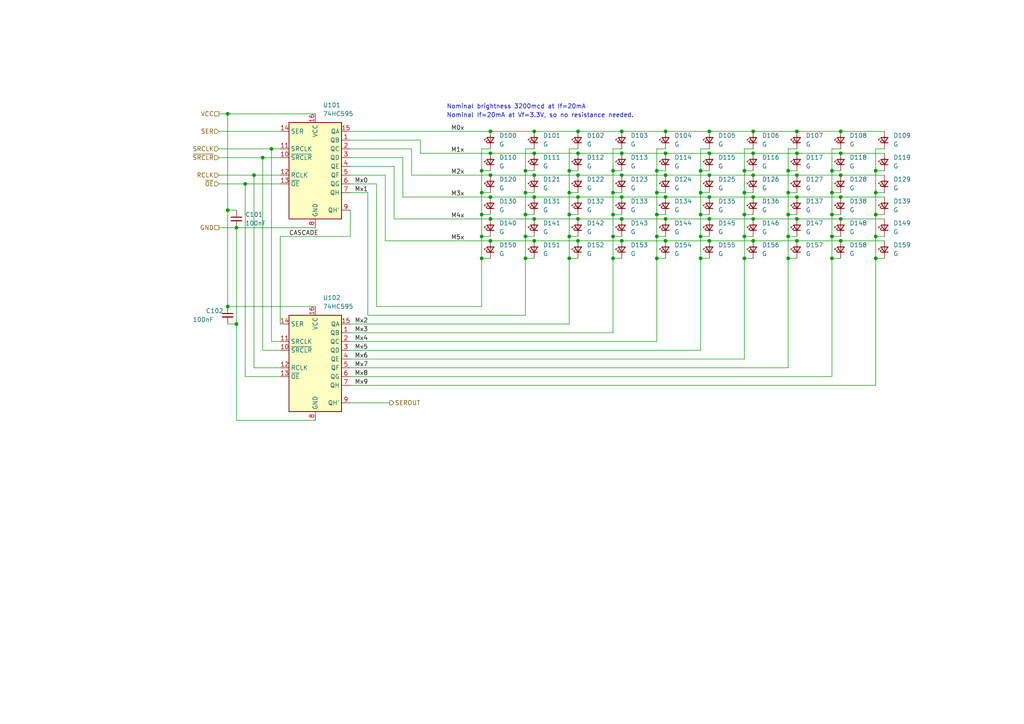
<source format=kicad_sch>
(kicad_sch (version 20230121) (generator eeschema)
  (paper "A4")
  (lib_symbols
    (symbol "74xx:74HC595"
      (property "Reference" "U" (at -7.62 13.97 0))
      (property "Value" "74HC595" (at -7.62 -16.51 0))
      (symbol "74HC595_1_0"
        (pin tri_state line (at 10.16 7.62 180) (length 2.54) (name "QB") (number "1"))
        (pin input line (at -10.16 2.54 0) (length 2.54) (name "~{SRCLR}") (number "10"))
        (pin input line (at -10.16 5.08 0) (length 2.54) (name "SRCLK") (number "11"))
        (pin input line (at -10.16 -2.54 0) (length 2.54) (name "RCLK") (number "12"))
        (pin input line (at -10.16 -5.08 0) (length 2.54) (name "~{OE}") (number "13"))
        (pin input line (at -10.16 10.16 0) (length 2.54) (name "SER") (number "14"))
        (pin tri_state line (at 10.16 10.16 180) (length 2.54) (name "QA") (number "15"))
        (pin power_in line (at 0 15.24 270) (length 2.54) (name "VCC") (number "16"))
        (pin tri_state line (at 10.16 5.08 180) (length 2.54) (name "QC") (number "2"))
        (pin tri_state line (at 10.16 2.54 180) (length 2.54) (name "QD") (number "3"))
        (pin tri_state line (at 10.16 0 180) (length 2.54) (name "QE") (number "4"))
        (pin tri_state line (at 10.16 -2.54 180) (length 2.54) (name "QF") (number "5"))
        (pin tri_state line (at 10.16 -5.08 180) (length 2.54) (name "QG") (number "6"))
        (pin tri_state line (at 10.16 -7.62 180) (length 2.54) (name "QH") (number "7"))
        (pin power_in line (at 0 -17.78 90) (length 2.54) (name "GND") (number "8"))
        (pin output line (at 10.16 -12.7 180) (length 2.54) (name "QH'") (number "9"))
      )
      (symbol "74HC595_1_1"
        (rectangle (start -7.62 12.7) (end 7.62 -15.24) (stroke (width 0.254)) (fill (type background)))
      )
    )
    (symbol "Device:C_Small" (pin_numbers hide) (pin_names (offset 0.254) hide)
      (property "Reference" "C" (at 0.254 1.778 0))
      (property "Value" "C_Small" (at 0.254 -2.032 0))
      (symbol "C_Small_0_1"
        (polyline (pts (xy -1.524 -0.508) (xy 1.524 -0.508)) (stroke (width 0.3302)))
        (polyline (pts (xy -1.524 0.508) (xy 1.524 0.508)) (stroke (width 0.3048)))
      )
      (symbol "C_Small_1_1"
        (pin passive line (at 0 2.54 270) (length 2.032) (name "~") (number "1"))
        (pin passive line (at 0 -2.54 90) (length 2.032) (name "~") (number "2"))
      )
    )
    (symbol "Device:LED_Small" (pin_numbers hide) (pin_names (offset 0.254) hide)
      (property "Reference" "D" (at -1.27 3.175 0))
      (property "Value" "LED_Small" (at -4.445 -2.54 0))
      (symbol "LED_Small_0_1"
        (polyline (pts (xy -0.762 -1.016) (xy -0.762 1.016)) (stroke (width 0.254)))
        (polyline (pts (xy 1.016 0) (xy -0.762 0)))
        (polyline (pts (xy 0.762 -1.016) (xy -0.762 0) (xy 0.762 1.016) (xy 0.762 -1.016)) (stroke (width 0.254)))
        (polyline (pts (xy 0 0.762) (xy -0.508 1.27) (xy -0.254 1.27) (xy -0.508 1.27) (xy -0.508 1.016)))
        (polyline (pts (xy 0.508 1.27) (xy 0 1.778) (xy 0.254 1.778) (xy 0 1.778) (xy 0 1.524)))
      )
      (symbol "LED_Small_1_1"
        (pin passive line (at -2.54 0 0) (length 1.778) (name "K") (number "1"))
        (pin passive line (at 2.54 0 180) (length 1.778) (name "A") (number "2"))
      )
    )
  )
  (junction (at 139.7 55.88))
  (junction (at 66.04 33.02))
  (junction (at 180.34 57.15))
  (junction (at 193.04 63.5))
  (junction (at 228.6 68.58))
  (junction (at 177.8 55.88))
  (junction (at 78.74 43.18))
  (junction (at 180.34 50.8))
  (junction (at 154.94 57.15))
  (junction (at 205.74 38.1))
  (junction (at 218.44 38.1))
  (junction (at 231.14 69.85))
  (junction (at 193.04 69.85))
  (junction (at 254 49.53))
  (junction (at 177.8 62.23))
  (junction (at 66.04 88.9))
  (junction (at 215.9 49.53))
  (junction (at 167.64 57.15))
  (junction (at 177.8 74.93))
  (junction (at 228.6 62.23))
  (junction (at 180.34 38.1))
  (junction (at 243.84 57.15))
  (junction (at 205.74 57.15))
  (junction (at 231.14 44.45))
  (junction (at 190.5 62.23))
  (junction (at 152.4 62.23))
  (junction (at 241.3 49.53))
  (junction (at 139.7 62.23))
  (junction (at 165.1 68.58))
  (junction (at 177.8 49.53))
  (junction (at 154.94 38.1))
  (junction (at 154.94 63.5))
  (junction (at 165.1 55.88))
  (junction (at 231.14 57.15))
  (junction (at 167.64 44.45))
  (junction (at 152.4 49.53))
  (junction (at 228.6 74.93))
  (junction (at 193.04 38.1))
  (junction (at 215.9 74.93))
  (junction (at 167.64 50.8))
  (junction (at 215.9 55.88))
  (junction (at 152.4 68.58))
  (junction (at 203.2 68.58))
  (junction (at 165.1 62.23))
  (junction (at 142.24 44.45))
  (junction (at 243.84 38.1))
  (junction (at 243.84 69.85))
  (junction (at 177.8 68.58))
  (junction (at 154.94 69.85))
  (junction (at 231.14 38.1))
  (junction (at 218.44 69.85))
  (junction (at 203.2 55.88))
  (junction (at 205.74 44.45))
  (junction (at 205.74 69.85))
  (junction (at 241.3 74.93))
  (junction (at 231.14 50.8))
  (junction (at 254 74.93))
  (junction (at 193.04 57.15))
  (junction (at 193.04 50.8))
  (junction (at 203.2 62.23))
  (junction (at 218.44 50.8))
  (junction (at 218.44 63.5))
  (junction (at 180.34 69.85))
  (junction (at 142.24 38.1))
  (junction (at 142.24 69.85))
  (junction (at 167.64 38.1))
  (junction (at 139.7 49.53))
  (junction (at 254 68.58))
  (junction (at 215.9 62.23))
  (junction (at 165.1 49.53))
  (junction (at 71.12 53.34))
  (junction (at 154.94 44.45))
  (junction (at 68.58 93.98))
  (junction (at 180.34 63.5))
  (junction (at 190.5 49.53))
  (junction (at 228.6 49.53))
  (junction (at 243.84 50.8))
  (junction (at 254 55.88))
  (junction (at 218.44 57.15))
  (junction (at 215.9 68.58))
  (junction (at 203.2 74.93))
  (junction (at 254 62.23))
  (junction (at 73.66 50.8))
  (junction (at 218.44 44.45))
  (junction (at 68.58 66.04))
  (junction (at 193.04 44.45))
  (junction (at 142.24 63.5))
  (junction (at 243.84 63.5))
  (junction (at 203.2 49.53))
  (junction (at 154.94 50.8))
  (junction (at 139.7 74.93))
  (junction (at 180.34 44.45))
  (junction (at 243.84 44.45))
  (junction (at 228.6 55.88))
  (junction (at 76.2 45.72))
  (junction (at 241.3 55.88))
  (junction (at 142.24 57.15))
  (junction (at 190.5 68.58))
  (junction (at 165.1 74.93))
  (junction (at 190.5 74.93))
  (junction (at 205.74 50.8))
  (junction (at 205.74 63.5))
  (junction (at 152.4 55.88))
  (junction (at 190.5 55.88))
  (junction (at 241.3 68.58))
  (junction (at 231.14 63.5))
  (junction (at 66.04 60.96))
  (junction (at 167.64 63.5))
  (junction (at 152.4 74.93))
  (junction (at 139.7 68.58))
  (junction (at 167.64 69.85))
  (junction (at 241.3 62.23))
  (junction (at 142.24 50.8))
  (wire (pts (xy 241.3 68.58) (xy 243.84 68.58)))
  (wire (pts (xy 81.28 68.58) (xy 101.6 68.58)))
  (wire (pts (xy 241.3 49.53) (xy 243.84 49.53)))
  (wire (pts (xy 203.2 68.58) (xy 203.2 74.93)))
  (wire (pts (xy 142.24 57.15) (xy 154.94 57.15)))
  (wire (pts (xy 228.6 74.93) (xy 228.6 106.68)))
  (wire (pts (xy 215.9 74.93) (xy 215.9 104.14)))
  (wire (pts (xy 76.2 101.6) (xy 81.28 101.6)))
  (wire (pts (xy 205.74 44.45) (xy 218.44 44.45)))
  (wire (pts (xy 228.6 68.58) (xy 228.6 74.93)))
  (wire (pts (xy 91.44 88.9) (xy 66.04 88.9)))
  (wire (pts (xy 190.5 49.53) (xy 190.5 55.88)))
  (wire (pts (xy 215.9 49.53) (xy 215.9 55.88)))
  (wire (pts (xy 254 43.18) (xy 254 49.53)))
  (wire (pts (xy 203.2 68.58) (xy 205.74 68.58)))
  (wire (pts (xy 231.14 57.15) (xy 243.84 57.15)))
  (wire (pts (xy 154.94 44.45) (xy 167.64 44.45)))
  (wire (pts (xy 167.64 69.85) (xy 180.34 69.85)))
  (wire (pts (xy 165.1 49.53) (xy 167.64 49.53)))
  (wire (pts (xy 121.92 44.45) (xy 142.24 44.45)))
  (wire (pts (xy 81.28 68.58) (xy 81.28 93.98)))
  (wire (pts (xy 215.9 62.23) (xy 218.44 62.23)))
  (wire (pts (xy 254 49.53) (xy 256.54 49.53)))
  (wire (pts (xy 154.94 38.1) (xy 167.64 38.1)))
  (wire (pts (xy 243.84 38.1) (xy 256.54 38.1)))
  (wire (pts (xy 205.74 38.1) (xy 218.44 38.1)))
  (wire (pts (xy 215.9 49.53) (xy 218.44 49.53)))
  (wire (pts (xy 177.8 62.23) (xy 180.34 62.23)))
  (wire (pts (xy 101.6 104.14) (xy 215.9 104.14)))
  (wire (pts (xy 215.9 55.88) (xy 218.44 55.88)))
  (wire (pts (xy 78.74 99.06) (xy 78.74 43.18)))
  (wire (pts (xy 152.4 68.58) (xy 154.94 68.58)))
  (wire (pts (xy 231.14 38.1) (xy 243.84 38.1)))
  (wire (pts (xy 215.9 43.18) (xy 215.9 49.53)))
  (wire (pts (xy 241.3 55.88) (xy 241.3 62.23)))
  (wire (pts (xy 121.92 40.64) (xy 101.6 40.64)))
  (wire (pts (xy 228.6 49.53) (xy 231.14 49.53)))
  (wire (pts (xy 165.1 43.18) (xy 165.1 49.53)))
  (wire (pts (xy 241.3 74.93) (xy 243.84 74.93)))
  (wire (pts (xy 101.6 99.06) (xy 190.5 99.06)))
  (wire (pts (xy 63.5 43.18) (xy 78.74 43.18)))
  (wire (pts (xy 139.7 62.23) (xy 142.24 62.23)))
  (wire (pts (xy 139.7 43.18) (xy 139.7 49.53)))
  (wire (pts (xy 101.6 96.52) (xy 177.8 96.52)))
  (wire (pts (xy 165.1 43.18) (xy 167.64 43.18)))
  (wire (pts (xy 139.7 43.18) (xy 142.24 43.18)))
  (wire (pts (xy 215.9 68.58) (xy 218.44 68.58)))
  (wire (pts (xy 193.04 50.8) (xy 205.74 50.8)))
  (wire (pts (xy 203.2 55.88) (xy 203.2 62.23)))
  (wire (pts (xy 139.7 68.58) (xy 139.7 74.93)))
  (wire (pts (xy 177.8 43.18) (xy 180.34 43.18)))
  (wire (pts (xy 165.1 74.93) (xy 167.64 74.93)))
  (wire (pts (xy 215.9 68.58) (xy 215.9 74.93)))
  (wire (pts (xy 106.68 55.88) (xy 101.6 55.88)))
  (wire (pts (xy 193.04 69.85) (xy 205.74 69.85)))
  (wire (pts (xy 254 49.53) (xy 254 55.88)))
  (wire (pts (xy 73.66 106.68) (xy 73.66 50.8)))
  (wire (pts (xy 241.3 68.58) (xy 241.3 74.93)))
  (wire (pts (xy 116.84 57.15) (xy 116.84 45.72)))
  (wire (pts (xy 66.04 60.96) (xy 66.04 33.02)))
  (wire (pts (xy 142.24 63.5) (xy 154.94 63.5)))
  (wire (pts (xy 203.2 74.93) (xy 203.2 101.6)))
  (wire (pts (xy 106.68 91.44) (xy 106.68 55.88)))
  (wire (pts (xy 139.7 62.23) (xy 139.7 68.58)))
  (wire (pts (xy 101.6 116.84) (xy 113.03 116.84)))
  (wire (pts (xy 111.76 69.85) (xy 142.24 69.85)))
  (wire (pts (xy 177.8 68.58) (xy 180.34 68.58)))
  (wire (pts (xy 180.34 63.5) (xy 193.04 63.5)))
  (wire (pts (xy 119.38 43.18) (xy 101.6 43.18)))
  (wire (pts (xy 203.2 62.23) (xy 205.74 62.23)))
  (wire (pts (xy 142.24 69.85) (xy 154.94 69.85)))
  (wire (pts (xy 73.66 106.68) (xy 81.28 106.68)))
  (wire (pts (xy 66.04 60.96) (xy 68.58 60.96)))
  (wire (pts (xy 66.04 88.9) (xy 66.04 60.96)))
  (wire (pts (xy 228.6 55.88) (xy 231.14 55.88)))
  (wire (pts (xy 228.6 62.23) (xy 228.6 68.58)))
  (wire (pts (xy 254 55.88) (xy 254 62.23)))
  (wire (pts (xy 180.34 57.15) (xy 193.04 57.15)))
  (wire (pts (xy 165.1 55.88) (xy 165.1 62.23)))
  (wire (pts (xy 139.7 88.9) (xy 109.22 88.9)))
  (wire (pts (xy 180.34 50.8) (xy 193.04 50.8)))
  (wire (pts (xy 215.9 74.93) (xy 218.44 74.93)))
  (wire (pts (xy 63.5 38.1) (xy 81.28 38.1)))
  (wire (pts (xy 78.74 43.18) (xy 81.28 43.18)))
  (wire (pts (xy 139.7 55.88) (xy 139.7 62.23)))
  (wire (pts (xy 218.44 69.85) (xy 231.14 69.85)))
  (wire (pts (xy 152.4 43.18) (xy 154.94 43.18)))
  (wire (pts (xy 190.5 55.88) (xy 190.5 62.23)))
  (wire (pts (xy 228.6 74.93) (xy 231.14 74.93)))
  (wire (pts (xy 243.84 69.85) (xy 256.54 69.85)))
  (wire (pts (xy 165.1 62.23) (xy 165.1 68.58)))
  (wire (pts (xy 165.1 55.88) (xy 167.64 55.88)))
  (wire (pts (xy 101.6 60.96) (xy 101.6 68.58)))
  (wire (pts (xy 68.58 93.98) (xy 68.58 121.92)))
  (wire (pts (xy 203.2 74.93) (xy 205.74 74.93)))
  (wire (pts (xy 142.24 38.1) (xy 154.94 38.1)))
  (wire (pts (xy 71.12 109.22) (xy 81.28 109.22)))
  (wire (pts (xy 73.66 50.8) (xy 81.28 50.8)))
  (wire (pts (xy 177.8 62.23) (xy 177.8 68.58)))
  (wire (pts (xy 228.6 55.88) (xy 228.6 62.23)))
  (wire (pts (xy 205.74 69.85) (xy 218.44 69.85)))
  (wire (pts (xy 190.5 62.23) (xy 193.04 62.23)))
  (wire (pts (xy 167.64 38.1) (xy 180.34 38.1)))
  (wire (pts (xy 254 43.18) (xy 256.54 43.18)))
  (wire (pts (xy 177.8 43.18) (xy 177.8 49.53)))
  (wire (pts (xy 241.3 55.88) (xy 243.84 55.88)))
  (wire (pts (xy 139.7 55.88) (xy 142.24 55.88)))
  (wire (pts (xy 254 55.88) (xy 256.54 55.88)))
  (wire (pts (xy 68.58 121.92) (xy 91.44 121.92)))
  (wire (pts (xy 193.04 38.1) (xy 205.74 38.1)))
  (wire (pts (xy 228.6 43.18) (xy 228.6 49.53)))
  (wire (pts (xy 190.5 49.53) (xy 193.04 49.53)))
  (wire (pts (xy 101.6 48.26) (xy 114.3 48.26)))
  (wire (pts (xy 101.6 38.1) (xy 142.24 38.1)))
  (wire (pts (xy 218.44 57.15) (xy 231.14 57.15)))
  (wire (pts (xy 152.4 62.23) (xy 154.94 62.23)))
  (wire (pts (xy 66.04 33.02) (xy 91.44 33.02)))
  (wire (pts (xy 152.4 74.93) (xy 154.94 74.93)))
  (wire (pts (xy 63.5 45.72) (xy 76.2 45.72)))
  (wire (pts (xy 231.14 69.85) (xy 243.84 69.85)))
  (wire (pts (xy 109.22 88.9) (xy 109.22 53.34)))
  (wire (pts (xy 76.2 45.72) (xy 81.28 45.72)))
  (wire (pts (xy 177.8 49.53) (xy 180.34 49.53)))
  (wire (pts (xy 142.24 44.45) (xy 154.94 44.45)))
  (wire (pts (xy 203.2 49.53) (xy 205.74 49.53)))
  (wire (pts (xy 165.1 68.58) (xy 167.64 68.58)))
  (wire (pts (xy 190.5 68.58) (xy 190.5 74.93)))
  (wire (pts (xy 63.5 33.02) (xy 66.04 33.02)))
  (wire (pts (xy 241.3 49.53) (xy 241.3 55.88)))
  (wire (pts (xy 152.4 62.23) (xy 152.4 68.58)))
  (wire (pts (xy 231.14 63.5) (xy 243.84 63.5)))
  (wire (pts (xy 152.4 49.53) (xy 152.4 55.88)))
  (wire (pts (xy 111.76 50.8) (xy 101.6 50.8)))
  (wire (pts (xy 167.64 44.45) (xy 180.34 44.45)))
  (wire (pts (xy 228.6 49.53) (xy 228.6 55.88)))
  (wire (pts (xy 218.44 63.5) (xy 231.14 63.5)))
  (wire (pts (xy 111.76 69.85) (xy 111.76 50.8)))
  (wire (pts (xy 228.6 43.18) (xy 231.14 43.18)))
  (wire (pts (xy 215.9 62.23) (xy 215.9 68.58)))
  (wire (pts (xy 177.8 49.53) (xy 177.8 55.88)))
  (wire (pts (xy 101.6 93.98) (xy 165.1 93.98)))
  (wire (pts (xy 177.8 55.88) (xy 177.8 62.23)))
  (wire (pts (xy 119.38 50.8) (xy 142.24 50.8)))
  (wire (pts (xy 215.9 55.88) (xy 215.9 62.23)))
  (wire (pts (xy 63.5 66.04) (xy 68.58 66.04)))
  (wire (pts (xy 154.94 57.15) (xy 167.64 57.15)))
  (wire (pts (xy 177.8 74.93) (xy 177.8 96.52)))
  (wire (pts (xy 152.4 49.53) (xy 154.94 49.53)))
  (wire (pts (xy 215.9 43.18) (xy 218.44 43.18)))
  (wire (pts (xy 167.64 57.15) (xy 180.34 57.15)))
  (wire (pts (xy 180.34 44.45) (xy 193.04 44.45)))
  (wire (pts (xy 241.3 62.23) (xy 243.84 62.23)))
  (wire (pts (xy 101.6 109.22) (xy 241.3 109.22)))
  (wire (pts (xy 177.8 74.93) (xy 180.34 74.93)))
  (wire (pts (xy 78.74 99.06) (xy 81.28 99.06)))
  (wire (pts (xy 254 62.23) (xy 254 68.58)))
  (wire (pts (xy 121.92 44.45) (xy 121.92 40.64)))
  (wire (pts (xy 218.44 50.8) (xy 231.14 50.8)))
  (wire (pts (xy 190.5 43.18) (xy 193.04 43.18)))
  (wire (pts (xy 101.6 101.6) (xy 203.2 101.6)))
  (wire (pts (xy 71.12 53.34) (xy 81.28 53.34)))
  (wire (pts (xy 154.94 63.5) (xy 167.64 63.5)))
  (wire (pts (xy 203.2 62.23) (xy 203.2 68.58)))
  (wire (pts (xy 205.74 50.8) (xy 218.44 50.8)))
  (wire (pts (xy 254 74.93) (xy 256.54 74.93)))
  (wire (pts (xy 205.74 63.5) (xy 218.44 63.5)))
  (wire (pts (xy 241.3 43.18) (xy 241.3 49.53)))
  (wire (pts (xy 254 68.58) (xy 254 74.93)))
  (wire (pts (xy 228.6 68.58) (xy 231.14 68.58)))
  (wire (pts (xy 139.7 74.93) (xy 142.24 74.93)))
  (wire (pts (xy 254 74.93) (xy 254 111.76)))
  (wire (pts (xy 68.58 66.04) (xy 68.58 93.98)))
  (wire (pts (xy 167.64 50.8) (xy 180.34 50.8)))
  (wire (pts (xy 203.2 43.18) (xy 205.74 43.18)))
  (wire (pts (xy 254 62.23) (xy 256.54 62.23)))
  (wire (pts (xy 218.44 38.1) (xy 231.14 38.1)))
  (wire (pts (xy 193.04 63.5) (xy 205.74 63.5)))
  (wire (pts (xy 152.4 91.44) (xy 106.68 91.44)))
  (wire (pts (xy 241.3 62.23) (xy 241.3 68.58)))
  (wire (pts (xy 190.5 74.93) (xy 190.5 99.06)))
  (wire (pts (xy 152.4 74.93) (xy 152.4 91.44)))
  (wire (pts (xy 228.6 62.23) (xy 231.14 62.23)))
  (wire (pts (xy 218.44 44.45) (xy 231.14 44.45)))
  (wire (pts (xy 180.34 69.85) (xy 193.04 69.85)))
  (wire (pts (xy 152.4 68.58) (xy 152.4 74.93)))
  (wire (pts (xy 190.5 43.18) (xy 190.5 49.53)))
  (wire (pts (xy 243.84 50.8) (xy 256.54 50.8)))
  (wire (pts (xy 241.3 74.93) (xy 241.3 109.22)))
  (wire (pts (xy 180.34 38.1) (xy 193.04 38.1)))
  (wire (pts (xy 101.6 106.68) (xy 228.6 106.68)))
  (wire (pts (xy 139.7 68.58) (xy 142.24 68.58)))
  (wire (pts (xy 243.84 44.45) (xy 256.54 44.45)))
  (wire (pts (xy 139.7 49.53) (xy 142.24 49.53)))
  (wire (pts (xy 193.04 44.45) (xy 205.74 44.45)))
  (wire (pts (xy 243.84 57.15) (xy 256.54 57.15)))
  (wire (pts (xy 63.5 50.8) (xy 73.66 50.8)))
  (wire (pts (xy 241.3 43.18) (xy 243.84 43.18)))
  (wire (pts (xy 231.14 50.8) (xy 243.84 50.8)))
  (wire (pts (xy 109.22 53.34) (xy 101.6 53.34)))
  (wire (pts (xy 154.94 69.85) (xy 167.64 69.85)))
  (wire (pts (xy 190.5 62.23) (xy 190.5 68.58)))
  (wire (pts (xy 190.5 55.88) (xy 193.04 55.88)))
  (wire (pts (xy 142.24 50.8) (xy 154.94 50.8)))
  (wire (pts (xy 152.4 55.88) (xy 154.94 55.88)))
  (wire (pts (xy 76.2 45.72) (xy 76.2 101.6)))
  (wire (pts (xy 254 68.58) (xy 256.54 68.58)))
  (wire (pts (xy 177.8 55.88) (xy 180.34 55.88)))
  (wire (pts (xy 243.84 63.5) (xy 256.54 63.5)))
  (wire (pts (xy 190.5 74.93) (xy 193.04 74.93)))
  (wire (pts (xy 165.1 74.93) (xy 165.1 93.98)))
  (wire (pts (xy 71.12 109.22) (xy 71.12 53.34)))
  (wire (pts (xy 114.3 63.5) (xy 114.3 48.26)))
  (wire (pts (xy 116.84 45.72) (xy 101.6 45.72)))
  (wire (pts (xy 165.1 62.23) (xy 167.64 62.23)))
  (wire (pts (xy 139.7 74.93) (xy 139.7 88.9)))
  (wire (pts (xy 114.3 63.5) (xy 142.24 63.5)))
  (wire (pts (xy 116.84 57.15) (xy 142.24 57.15)))
  (wire (pts (xy 205.74 57.15) (xy 218.44 57.15)))
  (wire (pts (xy 66.04 93.98) (xy 68.58 93.98)))
  (wire (pts (xy 190.5 68.58) (xy 193.04 68.58)))
  (wire (pts (xy 177.8 68.58) (xy 177.8 74.93)))
  (wire (pts (xy 154.94 50.8) (xy 167.64 50.8)))
  (wire (pts (xy 119.38 50.8) (xy 119.38 43.18)))
  (wire (pts (xy 203.2 43.18) (xy 203.2 49.53)))
  (wire (pts (xy 167.64 63.5) (xy 180.34 63.5)))
  (wire (pts (xy 101.6 111.76) (xy 254 111.76)))
  (wire (pts (xy 68.58 66.04) (xy 91.44 66.04)))
  (wire (pts (xy 193.04 57.15) (xy 205.74 57.15)))
  (wire (pts (xy 63.5 53.34) (xy 71.12 53.34)))
  (wire (pts (xy 165.1 49.53) (xy 165.1 55.88)))
  (wire (pts (xy 203.2 49.53) (xy 203.2 55.88)))
  (wire (pts (xy 203.2 55.88) (xy 205.74 55.88)))
  (wire (pts (xy 231.14 44.45) (xy 243.84 44.45)))
  (wire (pts (xy 152.4 55.88) (xy 152.4 62.23)))
  (wire (pts (xy 152.4 43.18) (xy 152.4 49.53)))
  (wire (pts (xy 165.1 68.58) (xy 165.1 74.93)))
  (wire (pts (xy 139.7 49.53) (xy 139.7 55.88)))
  (text "Nominal brightness 3200mcd at If=20mA" (at 129.54 31.75 0) (effects (font (size 1.27 1.27)) (justify left bottom)))
  (text "Nominal If=20mA at Vf=3.3V, so no resistance needed." (at 129.54 34.29 0) (effects (font (size 1.27 1.27)) (justify left bottom)))
  (label "Mx0" (at 102.87 53.34 0))
  (label "M4x" (at 130.81 63.5 0))
  (label "Mx5" (at 102.87 101.6 0))
  (label "Mx1" (at 102.87 55.88 0))
  (label "Mx3" (at 102.87 96.52 0))
  (label "M5x" (at 130.81 69.85 0))
  (label "Mx7" (at 102.87 106.68 0))
  (label "M2x" (at 130.81 50.8 0))
  (label "M1x" (at 130.81 44.45 0))
  (label "Mx8" (at 102.87 109.22 0))
  (label "CASCADE" (at 83.82 68.58 0))
  (label "Mx6" (at 102.87 104.14 0))
  (label "M3x" (at 130.81 57.15 0))
  (label "M0x" (at 130.81 38.1 0))
  (label "Mx9" (at 102.87 111.76 0))
  (label "Mx4" (at 102.87 99.06 0))
  (label "Mx2" (at 102.87 93.98 0))
  (hierarchical_label "~{OE}" (shape input) (at 63.5 53.34 180))
  (hierarchical_label "VCC" (shape passive) (at 63.5 33.02 180))
  (hierarchical_label "SER" (shape input) (at 63.5 38.1 180))
  (hierarchical_label "SEROUT" (shape output) (at 113.03 116.84 0))
  (hierarchical_label "SRCLK" (shape input) (at 63.5 43.18 180))
  (hierarchical_label "GND" (shape passive) (at 63.5 66.04 180))
  (hierarchical_label "RCLK" (shape input) (at 63.5 50.8 180))
  (hierarchical_label "~{SRCLR}" (shape input) (at 63.5 45.72 180))
  (symbol (lib_id "Device:LED_Small") (at 231.14 40.64 90) (unit 1)
    (property "Reference" "D107" (at 233.68 39.3065 90) (effects (justify right)))
    (property "Value" "G" (at 233.68 41.8465 90) (effects (justify right)))
    (property "Footprint" "KwanSystems:D_KINGBRIGHT_DOME" (effects hide))
    (property "Datasheet" "https://www.kingbrightusa.com/images/catalog/SPEC/APDA1806ZGCK.pdf" (effects hide))
    (property "Digikey" "754-2334-1-ND" (effects hide))
    (property "Part Number" "APDA1806ZGCK" (effects hide))
    (property "Purpose" "Green minute hand" (effects hide))
  )
  (symbol (lib_id "Device:LED_Small") (at 180.34 59.69 90) (unit 1)
    (property "Reference" "D133" (at 182.88 58.3565 90) (effects (justify right)))
    (property "Value" "G" (at 182.88 60.8965 90) (effects (justify right)))
    (property "Footprint" "KwanSystems:D_KINGBRIGHT_DOME" (effects hide))
    (property "Datasheet" "https://www.kingbrightusa.com/images/catalog/SPEC/APDA1806ZGCK.pdf" (effects hide))
    (property "Digikey" "754-2334-1-ND" (effects hide))
    (property "Part Number" "APDA1806ZGCK" (effects hide))
    (property "Purpose" "Green minute hand" (effects hide))
  )
  (symbol (lib_id "Device:LED_Small") (at 218.44 40.64 90) (unit 1)
    (property "Reference" "D106" (at 220.98 39.3065 90) (effects (justify right)))
    (property "Value" "G" (at 220.98 41.8465 90) (effects (justify right)))
    (property "Footprint" "KwanSystems:D_KINGBRIGHT_DOME" (effects hide))
    (property "Datasheet" "https://www.kingbrightusa.com/images/catalog/SPEC/APDA1806ZGCK.pdf" (effects hide))
    (property "Digikey" "754-2334-1-ND" (effects hide))
    (property "Part Number" "APDA1806ZGCK" (effects hide))
    (property "Purpose" "Green minute hand" (effects hide))
  )
  (symbol (lib_id "Device:LED_Small") (at 243.84 40.64 90) (unit 1)
    (property "Reference" "D108" (at 246.38 39.3065 90) (effects (justify right)))
    (property "Value" "G" (at 246.38 41.8465 90) (effects (justify right)))
    (property "Footprint" "KwanSystems:D_KINGBRIGHT_DOME" (effects hide))
    (property "Datasheet" "https://www.kingbrightusa.com/images/catalog/SPEC/APDA1806ZGCK.pdf" (effects hide))
    (property "Digikey" "754-2334-1-ND" (effects hide))
    (property "Part Number" "APDA1806ZGCK" (effects hide))
    (property "Purpose" "Green minute hand" (effects hide))
  )
  (symbol (lib_id "Device:LED_Small") (at 142.24 59.69 90) (unit 1)
    (property "Reference" "D130" (at 144.78 58.3565 90) (effects (justify right)))
    (property "Value" "G" (at 144.78 60.8965 90) (effects (justify right)))
    (property "Footprint" "KwanSystems:D_KINGBRIGHT_DOME" (effects hide))
    (property "Datasheet" "https://www.kingbrightusa.com/images/catalog/SPEC/APDA1806ZGCK.pdf" (effects hide))
    (property "Digikey" "754-2334-1-ND" (effects hide))
    (property "Part Number" "APDA1806ZGCK" (effects hide))
    (property "Purpose" "Green minute hand" (effects hide))
  )
  (symbol (lib_id "Device:LED_Small") (at 142.24 46.99 90) (unit 1)
    (property "Reference" "D110" (at 144.78 45.6565 90) (effects (justify right)))
    (property "Value" "G" (at 144.78 48.1965 90) (effects (justify right)))
    (property "Footprint" "KwanSystems:D_KINGBRIGHT_DOME" (effects hide))
    (property "Datasheet" "https://www.kingbrightusa.com/images/catalog/SPEC/APDA1806ZGCK.pdf" (effects hide))
    (property "Digikey" "754-2334-1-ND" (effects hide))
    (property "Part Number" "APDA1806ZGCK" (effects hide))
    (property "Purpose" "Green minute hand" (effects hide))
  )
  (symbol (lib_id "Device:LED_Small") (at 231.14 59.69 90) (unit 1)
    (property "Reference" "D137" (at 233.68 58.3565 90) (effects (justify right)))
    (property "Value" "G" (at 233.68 60.8965 90) (effects (justify right)))
    (property "Footprint" "KwanSystems:D_KINGBRIGHT_DOME" (effects hide))
    (property "Datasheet" "https://www.kingbrightusa.com/images/catalog/SPEC/APDA1806ZGCK.pdf" (effects hide))
    (property "Digikey" "754-2334-1-ND" (effects hide))
    (property "Part Number" "APDA1806ZGCK" (effects hide))
    (property "Purpose" "Green minute hand" (effects hide))
  )
  (symbol (lib_id "Device:LED_Small") (at 180.34 53.34 90) (unit 1)
    (property "Reference" "D123" (at 182.88 52.0065 90) (effects (justify right)))
    (property "Value" "G" (at 182.88 54.5465 90) (effects (justify right)))
    (property "Footprint" "KwanSystems:D_KINGBRIGHT_DOME" (effects hide))
    (property "Datasheet" "https://www.kingbrightusa.com/images/catalog/SPEC/APDA1806ZGCK.pdf" (effects hide))
    (property "Digikey" "754-2334-1-ND" (effects hide))
    (property "Part Number" "APDA1806ZGCK" (effects hide))
    (property "Purpose" "Green minute hand" (effects hide))
  )
  (symbol (lib_id "Device:LED_Small") (at 231.14 53.34 90) (unit 1)
    (property "Reference" "D127" (at 233.68 52.0065 90) (effects (justify right)))
    (property "Value" "G" (at 233.68 54.5465 90) (effects (justify right)))
    (property "Footprint" "KwanSystems:D_KINGBRIGHT_DOME" (effects hide))
    (property "Datasheet" "https://www.kingbrightusa.com/images/catalog/SPEC/APDA1806ZGCK.pdf" (effects hide))
    (property "Digikey" "754-2334-1-ND" (effects hide))
    (property "Part Number" "APDA1806ZGCK" (effects hide))
    (property "Purpose" "Green minute hand" (effects hide))
  )
  (symbol (lib_id "Device:C_Small") (at 66.04 91.44 0) (unit 1)
    (property "Reference" "C102" (at 59.69 90.17 0) (effects (justify left)))
    (property "Value" "100nF" (at 55.88 92.71 0) (effects (justify left)))
    (property "Footprint" "Capacitor_SMD:C_0603_1608Metric" (effects hide))
    (property "Datasheet" "https://product.tdk.com/system/files/dam/doc/product/capacitor/ceramic/mlcc/catalog/mlcc_automotive_general_en.pdf" (effects hide))
    (property "Digikey" "445-5613-1-ND" (effects hide))
    (property "Part Number" "CGA2B1X7R1C104K050BC" (effects hide))
    (property "Purpose" "Minute hand decoder bypass" (effects hide))
  )
  (symbol (lib_id "Device:LED_Small") (at 193.04 59.69 90) (unit 1)
    (property "Reference" "D134" (at 195.58 58.3565 90) (effects (justify right)))
    (property "Value" "G" (at 195.58 60.8965 90) (effects (justify right)))
    (property "Footprint" "KwanSystems:D_KINGBRIGHT_DOME" (effects hide))
    (property "Datasheet" "https://www.kingbrightusa.com/images/catalog/SPEC/APDA1806ZGCK.pdf" (effects hide))
    (property "Digikey" "754-2334-1-ND" (effects hide))
    (property "Part Number" "APDA1806ZGCK" (effects hide))
    (property "Purpose" "Green minute hand" (effects hide))
  )
  (symbol (lib_id "Device:LED_Small") (at 180.34 40.64 90) (unit 1)
    (property "Reference" "D103" (at 182.88 39.3065 90) (effects (justify right)))
    (property "Value" "G" (at 182.88 41.8465 90) (effects (justify right)))
    (property "Footprint" "KwanSystems:D_KINGBRIGHT_DOME" (effects hide))
    (property "Datasheet" "https://www.kingbrightusa.com/images/catalog/SPEC/APDA1806ZGCK.pdf" (effects hide))
    (property "Digikey" "754-2334-1-ND" (effects hide))
    (property "Part Number" "APDA1806ZGCK" (effects hide))
    (property "Purpose" "Green minute hand" (effects hide))
  )
  (symbol (lib_id "74xx:74HC595") (at 91.44 104.14 0) (unit 1)
    (property "Reference" "U102" (at 93.6341 86.36 0) (effects (justify left)))
    (property "Value" "74HC595" (at 93.6341 88.9 0) (effects (justify left)))
    (property "Footprint" "Package_SO:TSSOP-16_4.4x5mm_P0.65mm" (effects hide))
    (property "Datasheet" "https://assets.nexperia.com/documents/data-sheet/74HC_HCT595.pdf" (effects hide))
    (property "Digikey" "1727-3068-1-ND" (effects hide))
    (property "Part Number" "74HC595PW,118" (effects hide))
    (property "Purpose" "Hand Decoder" (effects hide))
  )
  (symbol (lib_id "Device:LED_Small") (at 193.04 66.04 90) (unit 1)
    (property "Reference" "D144" (at 195.58 64.7065 90) (effects (justify right)))
    (property "Value" "G" (at 195.58 67.2465 90) (effects (justify right)))
    (property "Footprint" "KwanSystems:D_KINGBRIGHT_DOME" (effects hide))
    (property "Datasheet" "https://www.kingbrightusa.com/images/catalog/SPEC/APDA1806ZGCK.pdf" (effects hide))
    (property "Digikey" "754-2334-1-ND" (effects hide))
    (property "Part Number" "APDA1806ZGCK" (effects hide))
    (property "Purpose" "Green minute hand" (effects hide))
  )
  (symbol (lib_id "Device:LED_Small") (at 218.44 59.69 90) (unit 1)
    (property "Reference" "D136" (at 220.98 58.3565 90) (effects (justify right)))
    (property "Value" "G" (at 220.98 60.8965 90) (effects (justify right)))
    (property "Footprint" "KwanSystems:D_KINGBRIGHT_DOME" (effects hide))
    (property "Datasheet" "https://www.kingbrightusa.com/images/catalog/SPEC/APDA1806ZGCK.pdf" (effects hide))
    (property "Digikey" "754-2334-1-ND" (effects hide))
    (property "Part Number" "APDA1806ZGCK" (effects hide))
    (property "Purpose" "Green minute hand" (effects hide))
  )
  (symbol (lib_id "Device:LED_Small") (at 231.14 46.99 90) (unit 1)
    (property "Reference" "D117" (at 233.68 45.6565 90) (effects (justify right)))
    (property "Value" "G" (at 233.68 48.1965 90) (effects (justify right)))
    (property "Footprint" "KwanSystems:D_KINGBRIGHT_DOME" (effects hide))
    (property "Datasheet" "https://www.kingbrightusa.com/images/catalog/SPEC/APDA1806ZGCK.pdf" (effects hide))
    (property "Digikey" "754-2334-1-ND" (effects hide))
    (property "Part Number" "APDA1806ZGCK" (effects hide))
    (property "Purpose" "Green minute hand" (effects hide))
  )
  (symbol (lib_id "Device:LED_Small") (at 256.54 40.64 90) (unit 1)
    (property "Reference" "D109" (at 259.08 39.3065 90) (effects (justify right)))
    (property "Value" "G" (at 259.08 41.8465 90) (effects (justify right)))
    (property "Footprint" "KwanSystems:D_KINGBRIGHT_DOME" (effects hide))
    (property "Datasheet" "https://www.kingbrightusa.com/images/catalog/SPEC/APDA1806ZGCK.pdf" (effects hide))
    (property "Digikey" "754-2334-1-ND" (effects hide))
    (property "Part Number" "APDA1806ZGCK" (effects hide))
    (property "Purpose" "Green minute hand" (effects hide))
  )
  (symbol (lib_id "Device:LED_Small") (at 205.74 46.99 90) (unit 1)
    (property "Reference" "D115" (at 208.28 45.6565 90) (effects (justify right)))
    (property "Value" "G" (at 208.28 48.1965 90) (effects (justify right)))
    (property "Footprint" "KwanSystems:D_KINGBRIGHT_DOME" (effects hide))
    (property "Datasheet" "https://www.kingbrightusa.com/images/catalog/SPEC/APDA1806ZGCK.pdf" (effects hide))
    (property "Digikey" "754-2334-1-ND" (effects hide))
    (property "Part Number" "APDA1806ZGCK" (effects hide))
    (property "Purpose" "Green minute hand" (effects hide))
  )
  (symbol (lib_id "Device:LED_Small") (at 205.74 72.39 90) (unit 1)
    (property "Reference" "D155" (at 208.28 71.0565 90) (effects (justify right)))
    (property "Value" "G" (at 208.28 73.5965 90) (effects (justify right)))
    (property "Footprint" "KwanSystems:D_KINGBRIGHT_DOME" (effects hide))
    (property "Datasheet" "https://www.kingbrightusa.com/images/catalog/SPEC/APDA1806ZGCK.pdf" (effects hide))
    (property "Digikey" "754-2334-1-ND" (effects hide))
    (property "Part Number" "APDA1806ZGCK" (effects hide))
    (property "Purpose" "Green minute hand" (effects hide))
  )
  (symbol (lib_id "Device:LED_Small") (at 256.54 46.99 90) (unit 1)
    (property "Reference" "D119" (at 259.08 45.6565 90) (effects (justify right)))
    (property "Value" "G" (at 259.08 48.1965 90) (effects (justify right)))
    (property "Footprint" "KwanSystems:D_KINGBRIGHT_DOME" (effects hide))
    (property "Datasheet" "https://www.kingbrightusa.com/images/catalog/SPEC/APDA1806ZGCK.pdf" (effects hide))
    (property "Digikey" "754-2334-1-ND" (effects hide))
    (property "Part Number" "APDA1806ZGCK" (effects hide))
    (property "Purpose" "Green minute hand" (effects hide))
  )
  (symbol (lib_id "Device:LED_Small") (at 154.94 40.64 90) (unit 1)
    (property "Reference" "D101" (at 157.48 39.3065 90) (effects (justify right)))
    (property "Value" "G" (at 157.48 41.8465 90) (effects (justify right)))
    (property "Footprint" "KwanSystems:D_KINGBRIGHT_DOME" (effects hide))
    (property "Datasheet" "https://www.kingbrightusa.com/images/catalog/SPEC/APDA1806ZGCK.pdf" (effects hide))
    (property "Digikey" "754-2334-1-ND" (effects hide))
    (property "Part Number" "APDA1806ZGCK" (effects hide))
    (property "Purpose" "Green minute hand" (effects hide))
  )
  (symbol (lib_id "Device:LED_Small") (at 180.34 66.04 90) (unit 1)
    (property "Reference" "D143" (at 182.88 64.7065 90) (effects (justify right)))
    (property "Value" "G" (at 182.88 67.2465 90) (effects (justify right)))
    (property "Footprint" "KwanSystems:D_KINGBRIGHT_DOME" (effects hide))
    (property "Datasheet" "https://www.kingbrightusa.com/images/catalog/SPEC/APDA1806ZGCK.pdf" (effects hide))
    (property "Digikey" "754-2334-1-ND" (effects hide))
    (property "Part Number" "APDA1806ZGCK" (effects hide))
    (property "Purpose" "Green minute hand" (effects hide))
  )
  (symbol (lib_id "Device:LED_Small") (at 231.14 72.39 90) (unit 1)
    (property "Reference" "D157" (at 233.68 71.0565 90) (effects (justify right)))
    (property "Value" "G" (at 233.68 73.5965 90) (effects (justify right)))
    (property "Footprint" "KwanSystems:D_KINGBRIGHT_DOME" (effects hide))
    (property "Datasheet" "https://www.kingbrightusa.com/images/catalog/SPEC/APDA1806ZGCK.pdf" (effects hide))
    (property "Digikey" "754-2334-1-ND" (effects hide))
    (property "Part Number" "APDA1806ZGCK" (effects hide))
    (property "Purpose" "Green minute hand" (effects hide))
  )
  (symbol (lib_id "Device:LED_Small") (at 256.54 59.69 90) (unit 1)
    (property "Reference" "D139" (at 259.08 58.3565 90) (effects (justify right)))
    (property "Value" "G" (at 259.08 60.8965 90) (effects (justify right)))
    (property "Footprint" "KwanSystems:D_KINGBRIGHT_DOME" (effects hide))
    (property "Datasheet" "https://www.kingbrightusa.com/images/catalog/SPEC/APDA1806ZGCK.pdf" (effects hide))
    (property "Digikey" "754-2334-1-ND" (effects hide))
    (property "Part Number" "APDA1806ZGCK" (effects hide))
    (property "Purpose" "Green minute hand" (effects hide))
  )
  (symbol (lib_id "Device:LED_Small") (at 205.74 66.04 90) (unit 1)
    (property "Reference" "D145" (at 208.28 64.7065 90) (effects (justify right)))
    (property "Value" "G" (at 208.28 67.2465 90) (effects (justify right)))
    (property "Footprint" "KwanSystems:D_KINGBRIGHT_DOME" (effects hide))
    (property "Datasheet" "https://www.kingbrightusa.com/images/catalog/SPEC/APDA1806ZGCK.pdf" (effects hide))
    (property "Digikey" "754-2334-1-ND" (effects hide))
    (property "Part Number" "APDA1806ZGCK" (effects hide))
    (property "Purpose" "Green minute hand" (effects hide))
  )
  (symbol (lib_id "74xx:74HC595") (at 91.44 48.26 0) (unit 1)
    (property "Reference" "U101" (at 93.6341 30.48 0) (effects (justify left)))
    (property "Value" "74HC595" (at 93.6341 33.02 0) (effects (justify left)))
    (property "Footprint" "Package_SO:TSSOP-16_4.4x5mm_P0.65mm" (effects hide))
    (property "Datasheet" "https://assets.nexperia.com/documents/data-sheet/74HC_HCT595.pdf" (effects hide))
    (property "Digikey" "1727-3068-1-ND" (effects hide))
    (property "Part Number" "74HC595PW,118" (effects hide))
    (property "Purpose" "Hand Decoder" (effects hide))
  )
  (symbol (lib_id "Device:LED_Small") (at 142.24 53.34 90) (unit 1)
    (property "Reference" "D120" (at 144.78 52.0065 90) (effects (justify right)))
    (property "Value" "G" (at 144.78 54.5465 90) (effects (justify right)))
    (property "Footprint" "KwanSystems:D_KINGBRIGHT_DOME" (effects hide))
    (property "Datasheet" "https://www.kingbrightusa.com/images/catalog/SPEC/APDA1806ZGCK.pdf" (effects hide))
    (property "Digikey" "754-2334-1-ND" (effects hide))
    (property "Part Number" "APDA1806ZGCK" (effects hide))
    (property "Purpose" "Green minute hand" (effects hide))
  )
  (symbol (lib_id "Device:LED_Small") (at 205.74 53.34 90) (unit 1)
    (property "Reference" "D125" (at 208.28 52.0065 90) (effects (justify right)))
    (property "Value" "G" (at 208.28 54.5465 90) (effects (justify right)))
    (property "Footprint" "KwanSystems:D_KINGBRIGHT_DOME" (effects hide))
    (property "Datasheet" "https://www.kingbrightusa.com/images/catalog/SPEC/APDA1806ZGCK.pdf" (effects hide))
    (property "Digikey" "754-2334-1-ND" (effects hide))
    (property "Part Number" "APDA1806ZGCK" (effects hide))
    (property "Purpose" "Green minute hand" (effects hide))
  )
  (symbol (lib_id "Device:LED_Small") (at 167.64 72.39 90) (unit 1)
    (property "Reference" "D152" (at 170.18 71.0565 90) (effects (justify right)))
    (property "Value" "G" (at 170.18 73.5965 90) (effects (justify right)))
    (property "Footprint" "KwanSystems:D_KINGBRIGHT_DOME" (effects hide))
    (property "Datasheet" "https://www.kingbrightusa.com/images/catalog/SPEC/APDA1806ZGCK.pdf" (effects hide))
    (property "Digikey" "754-2334-1-ND" (effects hide))
    (property "Part Number" "APDA1806ZGCK" (effects hide))
    (property "Purpose" "Green minute hand" (effects hide))
  )
  (symbol (lib_id "Device:LED_Small") (at 154.94 46.99 90) (unit 1)
    (property "Reference" "D111" (at 157.48 45.6565 90) (effects (justify right)))
    (property "Value" "G" (at 157.48 48.1965 90) (effects (justify right)))
    (property "Footprint" "KwanSystems:D_KINGBRIGHT_DOME" (effects hide))
    (property "Datasheet" "https://www.kingbrightusa.com/images/catalog/SPEC/APDA1806ZGCK.pdf" (effects hide))
    (property "Digikey" "754-2334-1-ND" (effects hide))
    (property "Part Number" "APDA1806ZGCK" (effects hide))
    (property "Purpose" "Green minute hand" (effects hide))
  )
  (symbol (lib_id "Device:LED_Small") (at 167.64 59.69 90) (unit 1)
    (property "Reference" "D132" (at 170.18 58.3565 90) (effects (justify right)))
    (property "Value" "G" (at 170.18 60.8965 90) (effects (justify right)))
    (property "Footprint" "KwanSystems:D_KINGBRIGHT_DOME" (effects hide))
    (property "Datasheet" "https://www.kingbrightusa.com/images/catalog/SPEC/APDA1806ZGCK.pdf" (effects hide))
    (property "Digikey" "754-2334-1-ND" (effects hide))
    (property "Part Number" "APDA1806ZGCK" (effects hide))
    (property "Purpose" "Green minute hand" (effects hide))
  )
  (symbol (lib_id "Device:LED_Small") (at 167.64 46.99 90) (unit 1)
    (property "Reference" "D112" (at 170.18 45.6565 90) (effects (justify right)))
    (property "Value" "G" (at 170.18 48.1965 90) (effects (justify right)))
    (property "Footprint" "KwanSystems:D_KINGBRIGHT_DOME" (effects hide))
    (property "Datasheet" "https://www.kingbrightusa.com/images/catalog/SPEC/APDA1806ZGCK.pdf" (effects hide))
    (property "Digikey" "754-2334-1-ND" (effects hide))
    (property "Part Number" "APDA1806ZGCK" (effects hide))
    (property "Purpose" "Green minute hand" (effects hide))
  )
  (symbol (lib_id "Device:LED_Small") (at 243.84 53.34 90) (unit 1)
    (property "Reference" "D128" (at 246.38 52.0065 90) (effects (justify right)))
    (property "Value" "G" (at 246.38 54.5465 90) (effects (justify right)))
    (property "Footprint" "KwanSystems:D_KINGBRIGHT_DOME" (effects hide))
    (property "Datasheet" "https://www.kingbrightusa.com/images/catalog/SPEC/APDA1806ZGCK.pdf" (effects hide))
    (property "Digikey" "754-2334-1-ND" (effects hide))
    (property "Part Number" "APDA1806ZGCK" (effects hide))
    (property "Purpose" "Green minute hand" (effects hide))
  )
  (symbol (lib_id "Device:LED_Small") (at 243.84 59.69 90) (unit 1)
    (property "Reference" "D138" (at 246.38 58.3565 90) (effects (justify right)))
    (property "Value" "G" (at 246.38 60.8965 90) (effects (justify right)))
    (property "Footprint" "KwanSystems:D_KINGBRIGHT_DOME" (effects hide))
    (property "Datasheet" "https://www.kingbrightusa.com/images/catalog/SPEC/APDA1806ZGCK.pdf" (effects hide))
    (property "Digikey" "754-2334-1-ND" (effects hide))
    (property "Part Number" "APDA1806ZGCK" (effects hide))
    (property "Purpose" "Green minute hand" (effects hide))
  )
  (symbol (lib_id "Device:LED_Small") (at 256.54 72.39 90) (unit 1)
    (property "Reference" "D159" (at 259.08 71.0565 90) (effects (justify right)))
    (property "Value" "G" (at 259.08 73.5965 90) (effects (justify right)))
    (property "Footprint" "KwanSystems:D_KINGBRIGHT_DOME" (effects hide))
    (property "Datasheet" "https://www.kingbrightusa.com/images/catalog/SPEC/APDA1806ZGCK.pdf" (effects hide))
    (property "Digikey" "754-2334-1-ND" (effects hide))
    (property "Part Number" "APDA1806ZGCK" (effects hide))
    (property "Purpose" "Green minute hand" (effects hide))
  )
  (symbol (lib_id "Device:LED_Small") (at 193.04 72.39 90) (unit 1)
    (property "Reference" "D154" (at 195.58 71.0565 90) (effects (justify right)))
    (property "Value" "G" (at 195.58 73.5965 90) (effects (justify right)))
    (property "Footprint" "KwanSystems:D_KINGBRIGHT_DOME" (effects hide))
    (property "Datasheet" "https://www.kingbrightusa.com/images/catalog/SPEC/APDA1806ZGCK.pdf" (effects hide))
    (property "Digikey" "754-2334-1-ND" (effects hide))
    (property "Part Number" "APDA1806ZGCK" (effects hide))
    (property "Purpose" "Green minute hand" (effects hide))
  )
  (symbol (lib_id "Device:LED_Small") (at 154.94 66.04 90) (unit 1)
    (property "Reference" "D141" (at 157.48 64.7065 90) (effects (justify right)))
    (property "Value" "G" (at 157.48 67.2465 90) (effects (justify right)))
    (property "Footprint" "KwanSystems:D_KINGBRIGHT_DOME" (effects hide))
    (property "Datasheet" "https://www.kingbrightusa.com/images/catalog/SPEC/APDA1806ZGCK.pdf" (effects hide))
    (property "Digikey" "754-2334-1-ND" (effects hide))
    (property "Part Number" "APDA1806ZGCK" (effects hide))
    (property "Purpose" "Green minute hand" (effects hide))
  )
  (symbol (lib_id "Device:LED_Small") (at 218.44 66.04 90) (unit 1)
    (property "Reference" "D146" (at 220.98 64.7065 90) (effects (justify right)))
    (property "Value" "G" (at 220.98 67.2465 90) (effects (justify right)))
    (property "Footprint" "KwanSystems:D_KINGBRIGHT_DOME" (effects hide))
    (property "Datasheet" "https://www.kingbrightusa.com/images/catalog/SPEC/APDA1806ZGCK.pdf" (effects hide))
    (property "Digikey" "754-2334-1-ND" (effects hide))
    (property "Part Number" "APDA1806ZGCK" (effects hide))
    (property "Purpose" "Green minute hand" (effects hide))
  )
  (symbol (lib_id "Device:LED_Small") (at 154.94 59.69 90) (unit 1)
    (property "Reference" "D131" (at 157.48 58.3565 90) (effects (justify right)))
    (property "Value" "G" (at 157.48 60.8965 90) (effects (justify right)))
    (property "Footprint" "KwanSystems:D_KINGBRIGHT_DOME" (effects hide))
    (property "Datasheet" "https://www.kingbrightusa.com/images/catalog/SPEC/APDA1806ZGCK.pdf" (effects hide))
    (property "Digikey" "754-2334-1-ND" (effects hide))
    (property "Part Number" "APDA1806ZGCK" (effects hide))
    (property "Purpose" "Green minute hand" (effects hide))
  )
  (symbol (lib_id "Device:LED_Small") (at 243.84 46.99 90) (unit 1)
    (property "Reference" "D118" (at 246.38 45.6565 90) (effects (justify right)))
    (property "Value" "G" (at 246.38 48.1965 90) (effects (justify right)))
    (property "Footprint" "KwanSystems:D_KINGBRIGHT_DOME" (effects hide))
    (property "Datasheet" "https://www.kingbrightusa.com/images/catalog/SPEC/APDA1806ZGCK.pdf" (effects hide))
    (property "Digikey" "754-2334-1-ND" (effects hide))
    (property "Part Number" "APDA1806ZGCK" (effects hide))
    (property "Purpose" "Green minute hand" (effects hide))
  )
  (symbol (lib_id "Device:LED_Small") (at 205.74 59.69 90) (unit 1)
    (property "Reference" "D135" (at 208.28 58.3565 90) (effects (justify right)))
    (property "Value" "G" (at 208.28 60.8965 90) (effects (justify right)))
    (property "Footprint" "KwanSystems:D_KINGBRIGHT_DOME" (effects hide))
    (property "Datasheet" "https://www.kingbrightusa.com/images/catalog/SPEC/APDA1806ZGCK.pdf" (effects hide))
    (property "Digikey" "754-2334-1-ND" (effects hide))
    (property "Part Number" "APDA1806ZGCK" (effects hide))
    (property "Purpose" "Green minute hand" (effects hide))
  )
  (symbol (lib_id "Device:LED_Small") (at 167.64 53.34 90) (unit 1)
    (property "Reference" "D122" (at 170.18 52.0065 90) (effects (justify right)))
    (property "Value" "G" (at 170.18 54.5465 90) (effects (justify right)))
    (property "Footprint" "KwanSystems:D_KINGBRIGHT_DOME" (effects hide))
    (property "Datasheet" "https://www.kingbrightusa.com/images/catalog/SPEC/APDA1806ZGCK.pdf" (effects hide))
    (property "Digikey" "754-2334-1-ND" (effects hide))
    (property "Part Number" "APDA1806ZGCK" (effects hide))
    (property "Purpose" "Green minute hand" (effects hide))
  )
  (symbol (lib_id "Device:LED_Small") (at 193.04 46.99 90) (unit 1)
    (property "Reference" "D114" (at 195.58 45.6565 90) (effects (justify right)))
    (property "Value" "G" (at 195.58 48.1965 90) (effects (justify right)))
    (property "Footprint" "KwanSystems:D_KINGBRIGHT_DOME" (effects hide))
    (property "Datasheet" "https://www.kingbrightusa.com/images/catalog/SPEC/APDA1806ZGCK.pdf" (effects hide))
    (property "Digikey" "754-2334-1-ND" (effects hide))
    (property "Part Number" "APDA1806ZGCK" (effects hide))
    (property "Purpose" "Green minute hand" (effects hide))
  )
  (symbol (lib_id "Device:LED_Small") (at 154.94 72.39 90) (unit 1)
    (property "Reference" "D151" (at 157.48 71.0565 90) (effects (justify right)))
    (property "Value" "G" (at 157.48 73.5965 90) (effects (justify right)))
    (property "Footprint" "KwanSystems:D_KINGBRIGHT_DOME" (effects hide))
    (property "Datasheet" "https://www.kingbrightusa.com/images/catalog/SPEC/APDA1806ZGCK.pdf" (effects hide))
    (property "Digikey" "754-2334-1-ND" (effects hide))
    (property "Part Number" "APDA1806ZGCK" (effects hide))
    (property "Purpose" "Green minute hand" (effects hide))
  )
  (symbol (lib_id "Device:LED_Small") (at 243.84 72.39 90) (unit 1)
    (property "Reference" "D158" (at 246.38 71.0565 90) (effects (justify right)))
    (property "Value" "G" (at 246.38 73.5965 90) (effects (justify right)))
    (property "Footprint" "KwanSystems:D_KINGBRIGHT_DOME" (effects hide))
    (property "Datasheet" "https://www.kingbrightusa.com/images/catalog/SPEC/APDA1806ZGCK.pdf" (effects hide))
    (property "Digikey" "754-2334-1-ND" (effects hide))
    (property "Part Number" "APDA1806ZGCK" (effects hide))
    (property "Purpose" "Green minute hand" (effects hide))
  )
  (symbol (lib_id "Device:LED_Small") (at 218.44 53.34 90) (unit 1)
    (property "Reference" "D126" (at 220.98 52.0065 90) (effects (justify right)))
    (property "Value" "G" (at 220.98 54.5465 90) (effects (justify right)))
    (property "Footprint" "KwanSystems:D_KINGBRIGHT_DOME" (effects hide))
    (property "Datasheet" "https://www.kingbrightusa.com/images/catalog/SPEC/APDA1806ZGCK.pdf" (effects hide))
    (property "Digikey" "754-2334-1-ND" (effects hide))
    (property "Part Number" "APDA1806ZGCK" (effects hide))
    (property "Purpose" "Green minute hand" (effects hide))
  )
  (symbol (lib_id "Device:LED_Small") (at 154.94 53.34 90) (unit 1)
    (property "Reference" "D121" (at 157.48 52.0065 90) (effects (justify right)))
    (property "Value" "G" (at 157.48 54.5465 90) (effects (justify right)))
    (property "Footprint" "KwanSystems:D_KINGBRIGHT_DOME" (effects hide))
    (property "Datasheet" "https://www.kingbrightusa.com/images/catalog/SPEC/APDA1806ZGCK.pdf" (effects hide))
    (property "Digikey" "754-2334-1-ND" (effects hide))
    (property "Part Number" "APDA1806ZGCK" (effects hide))
    (property "Purpose" "Green minute hand" (effects hide))
  )
  (symbol (lib_id "Device:LED_Small") (at 218.44 72.39 90) (unit 1)
    (property "Reference" "D156" (at 220.98 71.0565 90) (effects (justify right)))
    (property "Value" "G" (at 220.98 73.5965 90) (effects (justify right)))
    (property "Footprint" "KwanSystems:D_KINGBRIGHT_DOME" (effects hide))
    (property "Datasheet" "https://www.kingbrightusa.com/images/catalog/SPEC/APDA1806ZGCK.pdf" (effects hide))
    (property "Digikey" "754-2334-1-ND" (effects hide))
    (property "Part Number" "APDA1806ZGCK" (effects hide))
    (property "Purpose" "Green minute hand" (effects hide))
  )
  (symbol (lib_id "Device:LED_Small") (at 256.54 53.34 90) (unit 1)
    (property "Reference" "D129" (at 259.08 52.0065 90) (effects (justify right)))
    (property "Value" "G" (at 259.08 54.5465 90) (effects (justify right)))
    (property "Footprint" "KwanSystems:D_KINGBRIGHT_DOME" (effects hide))
    (property "Datasheet" "https://www.kingbrightusa.com/images/catalog/SPEC/APDA1806ZGCK.pdf" (effects hide))
    (property "Digikey" "754-2334-1-ND" (effects hide))
    (property "Part Number" "APDA1806ZGCK" (effects hide))
    (property "Purpose" "Green minute hand" (effects hide))
  )
  (symbol (lib_id "Device:LED_Small") (at 142.24 66.04 90) (unit 1)
    (property "Reference" "D140" (at 144.78 64.7065 90) (effects (justify right)))
    (property "Value" "G" (at 144.78 67.2465 90) (effects (justify right)))
    (property "Footprint" "KwanSystems:D_KINGBRIGHT_DOME" (effects hide))
    (property "Datasheet" "https://www.kingbrightusa.com/images/catalog/SPEC/APDA1806ZGCK.pdf" (effects hide))
    (property "Digikey" "754-2334-1-ND" (effects hide))
    (property "Part Number" "APDA1806ZGCK" (effects hide))
    (property "Purpose" "Green minute hand" (effects hide))
  )
  (symbol (lib_id "Device:LED_Small") (at 243.84 66.04 90) (unit 1)
    (property "Reference" "D148" (at 246.38 64.7065 90) (effects (justify right)))
    (property "Value" "G" (at 246.38 67.2465 90) (effects (justify right)))
    (property "Footprint" "KwanSystems:D_KINGBRIGHT_DOME" (effects hide))
    (property "Datasheet" "https://www.kingbrightusa.com/images/catalog/SPEC/APDA1806ZGCK.pdf" (effects hide))
    (property "Digikey" "754-2334-1-ND" (effects hide))
    (property "Part Number" "APDA1806ZGCK" (effects hide))
    (property "Purpose" "Green minute hand" (effects hide))
  )
  (symbol (lib_id "Device:LED_Small") (at 180.34 72.39 90) (unit 1)
    (property "Reference" "D153" (at 182.88 71.0565 90) (effects (justify right)))
    (property "Value" "G" (at 182.88 73.5965 90) (effects (justify right)))
    (property "Footprint" "KwanSystems:D_KINGBRIGHT_DOME" (effects hide))
    (property "Datasheet" "https://www.kingbrightusa.com/images/catalog/SPEC/APDA1806ZGCK.pdf" (effects hide))
    (property "Digikey" "754-2334-1-ND" (effects hide))
    (property "Part Number" "APDA1806ZGCK" (effects hide))
    (property "Purpose" "Green minute hand" (effects hide))
  )
  (symbol (lib_id "Device:LED_Small") (at 180.34 46.99 90) (unit 1)
    (property "Reference" "D113" (at 182.88 45.6565 90) (effects (justify right)))
    (property "Value" "G" (at 182.88 48.1965 90) (effects (justify right)))
    (property "Footprint" "KwanSystems:D_KINGBRIGHT_DOME" (effects hide))
    (property "Datasheet" "https://www.kingbrightusa.com/images/catalog/SPEC/APDA1806ZGCK.pdf" (effects hide))
    (property "Digikey" "754-2334-1-ND" (effects hide))
    (property "Part Number" "APDA1806ZGCK" (effects hide))
    (property "Purpose" "Green minute hand" (effects hide))
  )
  (symbol (lib_id "Device:LED_Small") (at 193.04 53.34 90) (unit 1)
    (property "Reference" "D124" (at 195.58 52.0065 90) (effects (justify right)))
    (property "Value" "G" (at 195.58 54.5465 90) (effects (justify right)))
    (property "Footprint" "KwanSystems:D_KINGBRIGHT_DOME" (effects hide))
    (property "Datasheet" "https://www.kingbrightusa.com/images/catalog/SPEC/APDA1806ZGCK.pdf" (effects hide))
    (property "Digikey" "754-2334-1-ND" (effects hide))
    (property "Part Number" "APDA1806ZGCK" (effects hide))
    (property "Purpose" "Green minute hand" (effects hide))
  )
  (symbol (lib_id "Device:LED_Small") (at 218.44 46.99 90) (unit 1)
    (property "Reference" "D116" (at 220.98 45.6565 90) (effects (justify right)))
    (property "Value" "G" (at 220.98 48.1965 90) (effects (justify right)))
    (property "Footprint" "KwanSystems:D_KINGBRIGHT_DOME" (effects hide))
    (property "Datasheet" "https://www.kingbrightusa.com/images/catalog/SPEC/APDA1806ZGCK.pdf" (effects hide))
    (property "Digikey" "754-2334-1-ND" (effects hide))
    (property "Part Number" "APDA1806ZGCK" (effects hide))
    (property "Purpose" "Green minute hand" (effects hide))
  )
  (symbol (lib_id "Device:LED_Small") (at 167.64 66.04 90) (unit 1)
    (property "Reference" "D142" (at 170.18 64.7065 90) (effects (justify right)))
    (property "Value" "G" (at 170.18 67.2465 90) (effects (justify right)))
    (property "Footprint" "KwanSystems:D_KINGBRIGHT_DOME" (effects hide))
    (property "Datasheet" "https://www.kingbrightusa.com/images/catalog/SPEC/APDA1806ZGCK.pdf" (effects hide))
    (property "Digikey" "754-2334-1-ND" (effects hide))
    (property "Part Number" "APDA1806ZGCK" (effects hide))
    (property "Purpose" "Green minute hand" (effects hide))
  )
  (symbol (lib_id "Device:LED_Small") (at 256.54 66.04 90) (unit 1)
    (property "Reference" "D149" (at 259.08 64.7065 90) (effects (justify right)))
    (property "Value" "G" (at 259.08 67.2465 90) (effects (justify right)))
    (property "Footprint" "KwanSystems:D_KINGBRIGHT_DOME" (effects hide))
    (property "Datasheet" "https://www.kingbrightusa.com/images/catalog/SPEC/APDA1806ZGCK.pdf" (effects hide))
    (property "Digikey" "754-2334-1-ND" (effects hide))
    (property "Part Number" "APDA1806ZGCK" (effects hide))
    (property "Purpose" "Green minute hand" (effects hide))
  )
  (symbol (lib_id "Device:LED_Small") (at 167.64 40.64 90) (unit 1)
    (property "Reference" "D102" (at 170.18 39.3065 90) (effects (justify right)))
    (property "Value" "G" (at 170.18 41.8465 90) (effects (justify right)))
    (property "Footprint" "KwanSystems:D_KINGBRIGHT_DOME" (effects hide))
    (property "Datasheet" "https://www.kingbrightusa.com/images/catalog/SPEC/APDA1806ZGCK.pdf" (effects hide))
    (property "Digikey" "754-2334-1-ND" (effects hide))
    (property "Part Number" "APDA1806ZGCK" (effects hide))
    (property "Purpose" "Green minute hand" (effects hide))
  )
  (symbol (lib_id "Device:LED_Small") (at 205.74 40.64 90) (unit 1)
    (property "Reference" "D105" (at 208.28 39.3065 90) (effects (justify right)))
    (property "Value" "G" (at 208.28 41.8465 90) (effects (justify right)))
    (property "Footprint" "KwanSystems:D_KINGBRIGHT_DOME" (effects hide))
    (property "Datasheet" "https://www.kingbrightusa.com/images/catalog/SPEC/APDA1806ZGCK.pdf" (effects hide))
    (property "Digikey" "754-2334-1-ND" (effects hide))
    (property "Part Number" "APDA1806ZGCK" (effects hide))
    (property "Purpose" "Green minute hand" (effects hide))
  )
  (symbol (lib_id "Device:LED_Small") (at 193.04 40.64 90) (unit 1)
    (property "Reference" "D104" (at 195.58 39.3065 90) (effects (justify right)))
    (property "Value" "G" (at 195.58 41.8465 90) (effects (justify right)))
    (property "Footprint" "KwanSystems:D_KINGBRIGHT_DOME" (effects hide))
    (property "Datasheet" "https://www.kingbrightusa.com/images/catalog/SPEC/APDA1806ZGCK.pdf" (effects hide))
    (property "Digikey" "754-2334-1-ND" (effects hide))
    (property "Part Number" "APDA1806ZGCK" (effects hide))
    (property "Purpose" "Green minute hand" (effects hide))
  )
  (symbol (lib_id "Device:C_Small") (at 68.58 63.5 0) (unit 1)
    (property "Reference" "C101" (at 71.12 62.2363 0) (effects (justify left)))
    (property "Value" "100nF" (at 71.12 64.7763 0) (effects (justify left)))
    (property "Footprint" "Capacitor_SMD:C_0603_1608Metric" (effects hide))
    (property "Datasheet" "https://product.tdk.com/system/files/dam/doc/product/capacitor/ceramic/mlcc/catalog/mlcc_automotive_general_en.pdf" (effects hide))
    (property "Digikey" "445-5613-1-ND" (effects hide))
    (property "Part Number" "CGA2B1X7R1C104K050BC" (effects hide))
    (property "Purpose" "Minute hand decoder bypass" (effects hide))
  )
  (symbol (lib_id "Device:LED_Small") (at 142.24 40.64 90) (unit 1)
    (property "Reference" "D100" (at 144.78 39.3065 90) (effects (justify right)))
    (property "Value" "G" (at 144.78 41.8465 90) (effects (justify right)))
    (property "Footprint" "KwanSystems:D_KINGBRIGHT_DOME" (effects hide))
    (property "Datasheet" "https://www.kingbrightusa.com/images/catalog/SPEC/APDA1806ZGCK.pdf" (effects hide))
    (property "Digikey" "754-2334-1-ND" (effects hide))
    (property "Part Number" "APDA1806ZGCK" (effects hide))
    (property "Purpose" "Green minute hand" (effects hide))
  )
  (symbol (lib_id "Device:LED_Small") (at 142.24 72.39 90) (unit 1)
    (property "Reference" "D150" (at 144.78 71.0565 90) (effects (justify right)))
    (property "Value" "G" (at 144.78 73.5965 90) (effects (justify right)))
    (property "Footprint" "KwanSystems:D_KINGBRIGHT_DOME" (effects hide))
    (property "Datasheet" "https://www.kingbrightusa.com/images/catalog/SPEC/APDA1806ZGCK.pdf" (effects hide))
    (property "Digikey" "754-2334-1-ND" (effects hide))
    (property "Part Number" "APDA1806ZGCK" (effects hide))
    (property "Purpose" "Green minute hand" (effects hide))
  )
  (symbol (lib_id "Device:LED_Small") (at 231.14 66.04 90) (unit 1)
    (property "Reference" "D147" (at 233.68 64.7065 90) (effects (justify right)))
    (property "Value" "G" (at 233.68 67.2465 90) (effects (justify right)))
    (property "Footprint" "KwanSystems:D_KINGBRIGHT_DOME" (effects hide))
    (property "Datasheet" "https://www.kingbrightusa.com/images/catalog/SPEC/APDA1806ZGCK.pdf" (effects hide))
    (property "Digikey" "754-2334-1-ND" (effects hide))
    (property "Part Number" "APDA1806ZGCK" (effects hide))
    (property "Purpose" "Green minute hand" (effects hide))
  )
)
</source>
